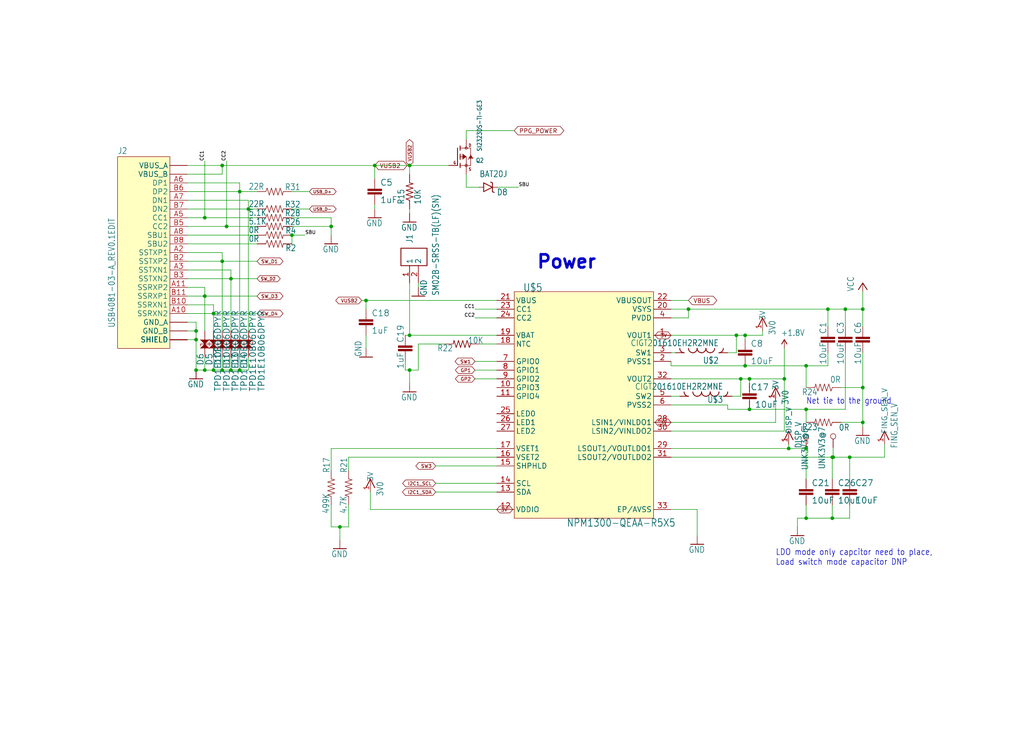
<source format=kicad_sch>
(kicad_sch (version 20250114) (generator "eeschema") (generator_version "9.0")
  (paper "User" 298.45 217.322)
  (lib_symbols
    (symbol "Connector:TestPoint" (pin_numbers (hide yes)) (pin_names (offset 0.762) (hide yes))
      (property "Reference" "TP" (at 0 6.858 0))
      (property "Value" "TestPoint" (at 0 5.08 0))
      (symbol "TestPoint_1_1"
        (pin passive line (at 0 0 90) (length 2.54) (name "1") (number "1"))
      )
    )
    (symbol "pc_healthypi_move_nRF5340_v10-eagle-import:+1.8V" (power)
      (symbol "+1.8V_1_0"
        (pin power_in line (at 0 0 90) (length 2.54) (name "+1.8V") (number "1"))
      )
    )
    (symbol "pc_healthypi_move_nRF5340_v10-eagle-import:2.2UF-0402_TIGHT-10V-10%-X5R"
      (property "Reference" "C" (at 1.524 2.921 0))
      (symbol "2.2UF-0402_TIGHT-10V-10%-X5R_1_0"
        (pin passive line (at 0 5.08 270) (length 2.54) (name "1") (number "1"))
        (pin passive line (at 0 -2.54 90) (length 2.54) (name "2") (number "2"))
      )
    )
    (symbol "pc_healthypi_move_nRF5340_v10-eagle-import:3V0" (power)
      (symbol "3V0_1_0"
        (pin power_in line (at 0 0 90) (length 2.54) (name "3V") (number "1"))
      )
    )
    (symbol "pc_healthypi_move_nRF5340_v10-eagle-import:DIODE-SCHOTTKY-BAT20J"
      (property "Reference" "D" (at 2.54 0.4826 0))
      (symbol "DIODE-SCHOTTKY-BAT20J_1_0"
        (pin passive line (at -2.54 0 0) (length 0) (name "A") (number "A"))
        (pin passive line (at 2.54 0 180) (length 0) (name "C") (number "C"))
      )
    )
    (symbol "pc_healthypi_move_nRF5340_v10-eagle-import:DISP_V" (power)
      (symbol "DISP_V_1_0"
        (pin power_in line (at 0 0 90) (length 2.54) (name "DISP_V") (number "1"))
      )
    )
    (symbol "pc_healthypi_move_nRF5340_v10-eagle-import:FING_SEN_V" (power)
      (symbol "FING_SEN_V_1_0"
        (pin power_in line (at 0 0 90) (length 2.54) (name "FING_SEN_V") (number "1"))
      )
    )
    (symbol "pc_healthypi_move_nRF5340_v10-eagle-import:MOSFET-P"
      (property "Reference" "Q" (at 2.794 0.381 0))
      (symbol "MOSFET-P_1_0"
        (text "G" (at -3.81 1.27 0) (effects (font (size 0.8128 0.6908)) (justify left bottom)))
        (text "S" (at 0.635 3.175 0) (effects (font (size 0.8128 0.6908)) (justify left bottom)))
        (text "D" (at 0.635 -3.81 0) (effects (font (size 0.8128 0.6908)) (justify left bottom)))
        (pin passive line (at -5.08 2.54 0) (length 2.54) (name "G") (number "1"))
        (pin passive line (at 0 5.08 270) (length 2.54) (name "S") (number "2"))
        (pin passive line (at 0 -5.08 90) (length 2.54) (name "D") (number "3"))
      )
    )
    (symbol "pc_healthypi_move_nRF5340_v10-eagle-import:NPM1300-QEAA-R5X5"
      (symbol "NPM1300-QEAA-R5X5_1_0"
        (pin bidirectional line (at -22.86 20.32 0) (length 5.08) (name "VBUS") (number "21"))
        (pin bidirectional line (at -22.86 17.78 0) (length 5.08) (name "CC1") (number "23"))
        (pin bidirectional line (at -22.86 15.24 0) (length 5.08) (name "CC2") (number "24"))
        (pin bidirectional line (at -22.86 10.16 0) (length 5.08) (name "VBAT") (number "19"))
        (pin bidirectional line (at -22.86 7.62 0) (length 5.08) (name "NTC") (number "18"))
        (pin bidirectional line (at -22.86 2.54 0) (length 5.08) (name "GPIO0") (number "7"))
        (pin bidirectional line (at -22.86 0 0) (length 5.08) (name "GPIO1") (number "8"))
        (pin bidirectional line (at -22.86 -2.54 0) (length 5.08) (name "GPIO2") (number "9"))
        (pin bidirectional line (at -22.86 -5.08 0) (length 5.08) (name "GPIO3") (number "10"))
        (pin bidirectional line (at -22.86 -7.62 0) (length 5.08) (name "GPIO4") (number "11"))
        (pin bidirectional line (at -22.86 -12.7 0) (length 5.08) (name "LED0") (number "25"))
        (pin bidirectional line (at -22.86 -15.24 0) (length 5.08) (name "LED1") (number "26"))
        (pin bidirectional line (at -22.86 -17.78 0) (length 5.08) (name "LED2") (number "27"))
        (pin bidirectional line (at -22.86 -22.86 0) (length 5.08) (name "VSET1") (number "17"))
        (pin bidirectional line (at -22.86 -25.4 0) (length 5.08) (name "VSET2") (number "16"))
        (pin bidirectional line (at -22.86 -27.94 0) (length 5.08) (name "SHPHLD") (number "15"))
        (pin bidirectional line (at -22.86 -33.02 0) (length 5.08) (name "SCL") (number "14"))
        (pin bidirectional line (at -22.86 -35.56 0) (length 5.08) (name "SDA") (number "13"))
        (pin bidirectional line (at -22.86 -40.64 0) (length 5.08) (name "VDDIO") (number "12"))
        (pin bidirectional line (at 27.94 20.32 180) (length 5.08) (name "VBUSOUT") (number "22"))
        (pin bidirectional line (at 27.94 17.78 180) (length 5.08) (name "VSYS") (number "20"))
        (pin bidirectional line (at 27.94 15.24 180) (length 5.08) (name "PVDD") (number "4"))
        (pin bidirectional line (at 27.94 10.16 180) (length 5.08) (name "VOUT1") (number "1"))
        (pin bidirectional line (at 27.94 5.08 180) (length 5.08) (name "SW1") (number "3"))
        (pin bidirectional line (at 27.94 2.54 180) (length 5.08) (name "PVSS1") (number "2"))
        (pin bidirectional line (at 27.94 -2.54 180) (length 5.08) (name "VOUT2") (number "32"))
        (pin bidirectional line (at 27.94 -7.62 180) (length 5.08) (name "SW2") (number "5"))
        (pin bidirectional line (at 27.94 -10.16 180) (length 5.08) (name "PVSS2") (number "6"))
        (pin bidirectional line (at 27.94 -15.24 180) (length 5.08) (name "LSIN1/VINLDO1") (number "28"))
        (pin bidirectional line (at 27.94 -17.78 180) (length 5.08) (name "LSIN2/VINLDO2") (number "30"))
        (pin bidirectional line (at 27.94 -22.86 180) (length 5.08) (name "LSOUT1/VOUTLDO1") (number "29"))
        (pin bidirectional line (at 27.94 -25.4 180) (length 5.08) (name "LSOUT2/VOUTLDO2") (number "31"))
        (pin bidirectional line (at 27.94 -40.64 180) (length 5.08) (name "EP/AVSS") (number "33"))
      )
    )
    (symbol "pc_healthypi_move_nRF5340_v10-eagle-import:PESD0402-0402"
      (symbol "PESD0402-0402_1_0"
        (pin bidirectional line (at -2.54 0 0) (length 2.54) (name "1") (number "1"))
        (pin bidirectional line (at 5.08 0 180) (length 2.54) (name "2") (number "2"))
      )
    )
    (symbol "pc_healthypi_move_nRF5340_v10-eagle-import:R-US_R0402"
      (property "Reference" "R" (at -3.81 1.4986 0))
      (symbol "R-US_R0402_1_0"
        (pin passive line (at -5.08 0 0) (length 2.54) (name "1") (number "1"))
        (pin passive line (at 5.08 0 180) (length 2.54) (name "2") (number "2"))
      )
    )
    (symbol "pc_healthypi_move_nRF5340_v10-eagle-import:RESISTOR0402-RES"
      (property "Reference" "R" (at -3.81 1.4986 0))
      (symbol "RESISTOR0402-RES_1_0"
        (pin passive line (at -5.08 0 0) (length 2.54) (name "1") (number "1"))
        (pin passive line (at 5.08 0 180) (length 2.54) (name "2") (number "2"))
      )
    )
    (symbol "pc_healthypi_move_nRF5340_v10-eagle-import:SM02B-SRSS-TB(LF)(SN)"
      (property "Reference" "J" (at 11.4936 5.1091 0))
      (symbol "SM02B-SRSS-TB(LF)(SN)_1_0"
        (pin bidirectional line (at 0 5.08 0) (length 5.08) (name "1") (number "1"))
        (pin bidirectional line (at 0 2.54 0) (length 5.08) (name "2") (number "2"))
      )
    )
    (symbol "pc_healthypi_move_nRF5340_v10-eagle-import:USB4081-03-A_REV0.1EDIT"
      (property "Reference" "EDIT" (at 0 28.702 0))
      (symbol "USB4081-03-A_REV0.1EDIT_1_0"
        (pin power_in line (at 15.24 25.4 180) (length 5.08) (name "VBUS_A") (number "A4"))
        (pin power_in line (at 15.24 25.4 180) (length 5.08) (name "VBUS_A") (number "A9"))
        (pin power_in line (at 15.24 22.86 180) (length 5.08) (name "VBUS_B") (number "B4"))
        (pin power_in line (at 15.24 22.86 180) (length 5.08) (name "VBUS_B") (number "B9"))
        (pin bidirectional line (at 15.24 20.32 180) (length 5.08) (name "DP1") (number "A6"))
        (pin bidirectional line (at 15.24 17.78 180) (length 5.08) (name "DP2") (number "B6"))
        (pin bidirectional line (at 15.24 15.24 180) (length 5.08) (name "DN1") (number "A7"))
        (pin bidirectional line (at 15.24 12.7 180) (length 5.08) (name "DN2") (number "B7"))
        (pin bidirectional line (at 15.24 10.16 180) (length 5.08) (name "CC1") (number "A5"))
        (pin bidirectional line (at 15.24 7.62 180) (length 5.08) (name "CC2") (number "B5"))
        (pin bidirectional line (at 15.24 5.08 180) (length 5.08) (name "SBU1") (number "A8"))
        (pin bidirectional line (at 15.24 2.54 180) (length 5.08) (name "SBU2") (number "B8"))
        (pin bidirectional line (at 15.24 0 180) (length 5.08) (name "SSTXP1") (number "A2"))
        (pin bidirectional line (at 15.24 -2.54 180) (length 5.08) (name "SSTXP2") (number "B2"))
        (pin bidirectional line (at 15.24 -5.08 180) (length 5.08) (name "SSTXN1") (number "A3"))
        (pin bidirectional line (at 15.24 -7.62 180) (length 5.08) (name "SSTXN2") (number "B3"))
        (pin bidirectional line (at 15.24 -10.16 180) (length 5.08) (name "SSRXP2") (number "A11"))
        (pin bidirectional line (at 15.24 -12.7 180) (length 5.08) (name "SSRXP1") (number "B11"))
        (pin bidirectional line (at 15.24 -15.24 180) (length 5.08) (name "SSRXN1") (number "B10"))
        (pin bidirectional line (at 15.24 -17.78 180) (length 5.08) (name "SSRXN2") (number "A10"))
        (pin power_in line (at 15.24 -20.32 180) (length 5.08) (name "GND_A") (number "A1"))
        (pin power_in line (at 15.24 -20.32 180) (length 5.08) (name "GND_A") (number "A12"))
        (pin power_in line (at 15.24 -22.86 180) (length 5.08) (name "GND_B") (number "B1"))
        (pin power_in line (at 15.24 -22.86 180) (length 5.08) (name "GND_B") (number "B12"))
        (pin passive line (at 15.24 -25.4 180) (length 5.08) (name "SHIELD") (number "P1"))
        (pin passive line (at 15.24 -25.4 180) (length 5.08) (name "SHIELD") (number "P2"))
        (pin passive line (at 15.24 -25.4 180) (length 5.08) (name "SHIELD") (number "P3"))
        (pin passive line (at 15.24 -25.4 180) (length 5.08) (name "SHIELD") (number "P4"))
        (pin passive line (at 15.24 -25.4 180) (length 5.08) (name "SHIELD") (number "P5"))
        (pin passive line (at 15.24 -25.4 180) (length 5.08) (name "SHIELD") (number "P6"))
        (pin passive line (at 15.24 -25.4 180) (length 5.08) (name "SHIELD") (number "P7"))
        (pin passive line (at 15.24 -25.4 180) (length 5.08) (name "SHIELD") (number "P8"))
        (pin passive line (at 15.24 -25.4 180) (length 5.08) (name "SHIELD") (number "S5"))
        (pin passive line (at 15.24 -25.4 180) (length 5.08) (name "SHIELD") (number "S6"))
      )
    )
    (symbol "pc_healthypi_move_nRF5340_v10-eagle-import:VCC" (power)
      (symbol "VCC_1_0"
        (pin power_in line (at 0 -2.54 90) (length 2.54) (name "VCC") (number "1"))
      )
    )
    (symbol "pc_healthypi_move_nRF5340_v10-eagle-import:VLS201610E"
      (symbol "VLS201610E_1_0"
        (pin passive line (at 0 7.62 270) (length 2.54) (name "1") (number "1"))
        (pin passive line (at 0 -7.62 90) (length 2.54) (name "2") (number "2"))
      )
    )
    (symbol "pc_healthypi_move_nRF5340_v10-eagle-import:supply1_371_GND" (power)
      (symbol "supply1_371_GND_1_0"
        (pin power_in line (at 0 2.54 270) (length 2.54) (name "GND") (number "1"))
      )
    )
  )
  (text "Power" (at 156.21 78.74 0) (effects (font (size 3.81 3.81) (thickness 0.762) (bold yes)) (justify left bottom)))
  (text "Net tie to the ground" (at 234.95 118.11 0) (effects (font (size 1.778 1.5113)) (justify left bottom)))
  (text "LDO mode only capcitor need to place,\nLoad switch mode capacitor DNP" (at 226.06 165.1 0) (effects (font (size 1.778 1.5113)) (justify left bottom)))
  (junction (at 67.31 107.95))
  (junction (at 66.04 66.04))
  (junction (at 251.46 90.17))
  (junction (at 69.85 107.95))
  (junction (at 247.65 133.35))
  (junction (at 106.68 87.63))
  (junction (at 241.3 90.17))
  (junction (at 119.38 107.95))
  (junction (at 234.95 106.68))
  (junction (at 57.15 107.95))
  (junction (at 62.23 107.95))
  (junction (at 119.38 97.79))
  (junction (at 234.95 119.38))
  (junction (at 242.57 151.13))
  (junction (at 217.17 97.79))
  (junction (at 234.95 151.13))
  (junction (at 119.38 48.26))
  (junction (at 64.77 107.95))
  (junction (at 109.22 48.26))
  (junction (at 96.52 66.04))
  (junction (at 200.66 90.17))
  (junction (at 228.6 110.49))
  (junction (at 218.44 119.38))
  (junction (at 229.87 130.81))
  (junction (at 67.31 81.28))
  (junction (at 251.46 113.03))
  (junction (at 242.824 133.35))
  (junction (at 251.46 123.19))
  (junction (at 72.39 60.96))
  (junction (at 57.15 96.52))
  (junction (at 99.06 153.67))
  (junction (at 217.17 106.68))
  (junction (at 234.95 130.81))
  (junction (at 64.77 48.26))
  (junction (at 242.57 133.35))
  (junction (at 85.09 68.58))
  (junction (at 59.69 63.5))
  (junction (at 218.44 110.49))
  (junction (at 215.9 110.49))
  (junction (at 57.15 99.06))
  (junction (at 59.69 107.95))
  (junction (at 246.38 90.17))
  (junction (at 59.69 86.36))
  (junction (at 62.23 91.44))
  (junction (at 69.85 55.88))
  (junction (at 214.63 97.79))
  (junction (at 64.77 76.2))
  (wire (pts (xy 212.09 118.11) (xy 212.09 119.38)) (stroke (width 0.1524)))
  (wire (pts (xy 96.52 153.67) (xy 96.52 147.32)) (stroke (width 0.1524)))
  (wire (pts (xy 85.09 55.88) (xy 90.17 55.88)) (stroke (width 0.1524)))
  (wire (pts (xy 54.61 71.12) (xy 74.93 71.12)) (stroke (width 0.1524)))
  (wire (pts (xy 54.61 53.34) (xy 69.85 53.34)) (stroke (width 0.1524)))
  (wire (pts (xy 144.78 97.79) (xy 119.38 97.79)) (stroke (width 0.1524)))
  (wire (pts (xy 99.06 153.67) (xy 96.52 153.67)) (stroke (width 0.1524)))
  (wire (pts (xy 135.89 38.1) (xy 149.86 38.1)) (stroke (width 0.1524)))
  (wire (pts (xy 195.58 110.49) (xy 215.9 110.49)) (stroke (width 0.1524)))
  (wire (pts (xy 54.61 91.44) (xy 62.23 91.44)) (stroke (width 0.1524)))
  (wire (pts (xy 69.85 55.88) (xy 74.93 55.88)) (stroke (width 0.1524)))
  (wire (pts (xy 144.78 143.51) (xy 127 143.51)) (stroke (width 0.1524)))
  (wire (pts (xy 69.85 107.95) (xy 72.39 107.95)) (stroke (width 0.1524)))
  (wire (pts (xy 232.41 151.13) (xy 234.95 151.13)) (stroke (width 0.1524)))
  (wire (pts (xy 106.68 87.63) (xy 105.41 87.63)) (stroke (width 0.1524)))
  (wire (pts (xy 67.31 78.74) (xy 67.31 81.28)) (stroke (width 0.1524)))
  (wire (pts (xy 121.92 107.95) (xy 119.38 107.95)) (stroke (width 0.1524)))
  (wire (pts (xy 257.81 129.54) (xy 257.81 133.35)) (stroke (width 0.1524)))
  (wire (pts (xy 64.77 104.14) (xy 64.77 107.95)) (stroke (width 0.1524)))
  (wire (pts (xy 144.78 148.59) (xy 107.95 148.59)) (stroke (width 0.1524)))
  (wire (pts (xy 195.58 92.71) (xy 200.66 92.71)) (stroke (width 0.1524)))
  (wire (pts (xy 72.39 96.52) (xy 72.39 60.96)) (stroke (width 0.1524)))
  (wire (pts (xy 144.78 92.71) (xy 138.43 92.71)) (stroke (width 0.1524)))
  (wire (pts (xy 119.38 50.8) (xy 119.38 48.26)) (stroke (width 0.1524)))
  (wire (pts (xy 234.95 113.03) (xy 234.95 106.68)) (stroke (width 0.1524)))
  (wire (pts (xy 74.93 60.96) (xy 72.39 60.96)) (stroke (width 0.1524)))
  (wire (pts (xy 144.78 133.35) (xy 101.6 133.35)) (stroke (width 0.1524)))
  (wire (pts (xy 214.63 97.79) (xy 217.17 97.79)) (stroke (width 0.1524)))
  (wire (pts (xy 54.61 60.96) (xy 72.39 60.96)) (stroke (width 0.1524)))
  (wire (pts (xy 144.78 105.41) (xy 138.43 105.41)) (stroke (width 0.1524)))
  (wire (pts (xy 96.52 130.81) (xy 96.52 137.16)) (stroke (width 0.1524)))
  (wire (pts (xy 234.95 119.38) (xy 246.38 119.38)) (stroke (width 0.1524)))
  (wire (pts (xy 251.46 85.09) (xy 251.46 90.17)) (stroke (width 0.1524)))
  (wire (pts (xy 54.61 48.26) (xy 64.77 48.26)) (stroke (width 0.1524)))
  (wire (pts (xy 72.39 58.42) (xy 54.61 58.42)) (stroke (width 0.1524)))
  (wire (pts (xy 212.09 102.87) (xy 214.63 102.87)) (stroke (width 0.1524)))
  (wire (pts (xy 62.23 91.44) (xy 62.23 88.9)) (stroke (width 0.1524)))
  (wire (pts (xy 67.31 81.28) (xy 74.93 81.28)) (stroke (width 0.1524)))
  (wire (pts (xy 203.2 148.59) (xy 203.2 156.21)) (stroke (width 0.1524)))
  (wire (pts (xy 228.6 125.73) (xy 195.58 125.73)) (stroke (width 0.1524)))
  (wire (pts (xy 54.61 99.06) (xy 57.15 99.06)) (stroke (width 0.1524)))
  (wire (pts (xy 234.95 106.68) (xy 241.3 106.68)) (stroke (width 0.1524)))
  (wire (pts (xy 85.09 66.04) (xy 96.52 66.04)) (stroke (width 0.1524)))
  (wire (pts (xy 212.09 119.38) (xy 218.44 119.38)) (stroke (width 0.1524)))
  (wire (pts (xy 54.61 96.52) (xy 57.15 96.52)) (stroke (width 0.1524)))
  (wire (pts (xy 144.78 100.33) (xy 139.7 100.33)) (stroke (width 0.1524)))
  (wire (pts (xy 54.61 83.82) (xy 59.69 83.82)) (stroke (width 0.1524)))
  (wire (pts (xy 72.39 107.95) (xy 72.39 104.14)) (stroke (width 0.1524)))
  (wire (pts (xy 118.11 107.95) (xy 118.11 105.41)) (stroke (width 0.1524)))
  (wire (pts (xy 57.15 99.06) (xy 57.15 96.52)) (stroke (width 0.1524)))
  (wire (pts (xy 245.11 113.03) (xy 251.46 113.03)) (stroke (width 0.1524)))
  (wire (pts (xy 109.22 48.26) (xy 64.77 48.26)) (stroke (width 0.1524)))
  (wire (pts (xy 228.6 125.73) (xy 228.6 110.49)) (stroke (width 0.1524)))
  (wire (pts (xy 247.65 139.7) (xy 247.65 133.35)) (stroke (width 0.1524)))
  (wire (pts (xy 107.95 148.59) (xy 107.95 143.51)) (stroke (width 0.1524)))
  (wire (pts (xy 200.66 92.71) (xy 200.66 90.17)) (stroke (width 0.1524)))
  (wire (pts (xy 64.77 76.2) (xy 74.93 76.2)) (stroke (width 0.1524)))
  (wire (pts (xy 106.68 97.79) (xy 106.68 101.6)) (stroke (width 0.1524)))
  (wire (pts (xy 251.46 123.19) (xy 251.46 113.03)) (stroke (width 0.1524)))
  (wire (pts (xy 130.81 48.26) (xy 119.38 48.26)) (stroke (width 0.1524)))
  (wire (pts (xy 85.09 68.58) (xy 88.9 68.58)) (stroke (width 0.1524)))
  (wire (pts (xy 245.11 123.19) (xy 251.46 123.19)) (stroke (width 0.1524)))
  (wire (pts (xy 59.69 104.14) (xy 59.69 107.95)) (stroke (width 0.1524)))
  (wire (pts (xy 54.61 73.66) (xy 64.77 73.66)) (stroke (width 0.1524)))
  (wire (pts (xy 195.58 148.59) (xy 203.2 148.59)) (stroke (width 0.1524)))
  (wire (pts (xy 144.78 107.95) (xy 138.43 107.95)) (stroke (width 0.1524)))
  (wire (pts (xy 241.3 90.17) (xy 246.38 90.17)) (stroke (width 0.1524)))
  (wire (pts (xy 62.23 104.14) (xy 62.23 107.95)) (stroke (width 0.1524)))
  (wire (pts (xy 246.38 119.38) (xy 246.38 102.87)) (stroke (width 0.1524)))
  (wire (pts (xy 85.09 63.5) (xy 96.52 63.5)) (stroke (width 0.1524)))
  (wire (pts (xy 195.58 118.11) (xy 212.09 118.11)) (stroke (width 0.1524)))
  (wire (pts (xy 242.57 151.13) (xy 234.95 151.13)) (stroke (width 0.1524)))
  (wire (pts (xy 144.78 87.63) (xy 106.68 87.63)) (stroke (width 0.1524)))
  (wire (pts (xy 96.52 68.58) (xy 96.52 66.04)) (stroke (width 0.1524)))
  (wire (pts (xy 195.58 106.68) (xy 217.17 106.68)) (stroke (width 0.1524)))
  (wire (pts (xy 119.38 111.76) (xy 119.38 107.95)) (stroke (width 0.1524)))
  (wire (pts (xy 251.46 124.46) (xy 251.46 123.19)) (stroke (width 0.1524)))
  (wire (pts (xy 67.31 96.52) (xy 67.31 81.28)) (stroke (width 0.1524)))
  (wire (pts (xy 213.36 115.57) (xy 215.9 115.57)) (stroke (width 0.1524)))
  (wire (pts (xy 59.69 83.82) (xy 59.69 86.36)) (stroke (width 0.1524)))
  (wire (pts (xy 196.85 102.87) (xy 195.58 102.87)) (stroke (width 0.1524)))
  (wire (pts (xy 54.61 81.28) (xy 67.31 81.28)) (stroke (width 0.1524)))
  (wire (pts (xy 101.6 153.67) (xy 99.06 153.67)) (stroke (width 0.1524)))
  (wire (pts (xy 251.46 90.17) (xy 251.46 95.25)) (stroke (width 0.1524)))
  (wire (pts (xy 246.38 95.25) (xy 246.38 90.17)) (stroke (width 0.1524)))
  (wire (pts (xy 119.38 62.23) (xy 119.38 60.96)) (stroke (width 0.1524)))
  (wire (pts (xy 242.824 133.35) (xy 247.65 133.35)) (stroke (width 0.1524)))
  (wire (pts (xy 144.78 110.49) (xy 138.43 110.49)) (stroke (width 0.1524)))
  (wire (pts (xy 59.69 96.52) (xy 59.69 86.36)) (stroke (width 0.1524)))
  (wire (pts (xy 119.38 48.26) (xy 109.22 48.26)) (stroke (width 0.1524)))
  (wire (pts (xy 54.61 76.2) (xy 64.77 76.2)) (stroke (width 0.1524)))
  (wire (pts (xy 106.68 90.17) (xy 106.68 87.63)) (stroke (width 0.1524)))
  (wire (pts (xy 215.9 110.49) (xy 218.44 110.49)) (stroke (width 0.1524)))
  (wire (pts (xy 62.23 91.44) (xy 74.93 91.44)) (stroke (width 0.1524)))
  (wire (pts (xy 69.85 53.34) (xy 69.85 55.88)) (stroke (width 0.1524)))
  (wire (pts (xy 234.95 139.7) (xy 234.95 130.81)) (stroke (width 0.1524)))
  (wire (pts (xy 215.9 115.57) (xy 215.9 110.49)) (stroke (width 0.1524)))
  (wire (pts (xy 229.87 129.54) (xy 229.87 130.81)) (stroke (width 0.1524)))
  (wire (pts (xy 195.58 130.81) (xy 229.87 130.81)) (stroke (width 0.1524)))
  (wire (pts (xy 85.09 60.96) (xy 90.17 60.96)) (stroke (width 0.1524)))
  (wire (pts (xy 242.824 133.35) (xy 242.57 133.35)))
  (wire (pts (xy 241.3 95.25) (xy 241.3 90.17)) (stroke (width 0.1524)))
  (wire (pts (xy 217.17 99.06) (xy 217.17 97.79)) (stroke (width 0.1524)))
  (wire (pts (xy 54.61 68.58) (xy 74.93 68.58)) (stroke (width 0.1524)))
  (wire (pts (xy 66.04 66.04) (xy 74.93 66.04)) (stroke (width 0.1524)))
  (wire (pts (xy 101.6 133.35) (xy 101.6 137.16)) (stroke (width 0.1524)))
  (wire (pts (xy 64.77 107.95) (xy 67.31 107.95)) (stroke (width 0.1524)))
  (wire (pts (xy 57.15 93.98) (xy 54.61 93.98)) (stroke (width 0.1524)))
  (wire (pts (xy 135.89 40.64) (xy 135.89 38.1)) (stroke (width 0.1524)))
  (wire (pts (xy 198.12 115.57) (xy 195.58 115.57)) (stroke (width 0.1524)))
  (wire (pts (xy 101.6 147.32) (xy 101.6 153.67)) (stroke (width 0.1524)))
  (wire (pts (xy 54.61 66.04) (xy 66.04 66.04)) (stroke (width 0.1524)))
  (wire (pts (xy 129.54 100.33) (xy 121.92 100.33)) (stroke (width 0.1524)))
  (wire (pts (xy 109.22 60.96) (xy 109.22 59.69)) (stroke (width 0.1524)))
  (wire (pts (xy 54.61 86.36) (xy 59.69 86.36)) (stroke (width 0.1524)))
  (wire (pts (xy 119.38 82.55) (xy 119.38 97.79)) (stroke (width 0.1524)))
  (wire (pts (xy 67.31 107.95) (xy 69.85 107.95)) (stroke (width 0.1524)))
  (wire (pts (xy 54.61 88.9) (xy 62.23 88.9)) (stroke (width 0.1524)))
  (wire (pts (xy 246.38 90.17) (xy 251.46 90.17)) (stroke (width 0.1524)))
  (wire (pts (xy 195.58 123.19) (xy 226.06 123.19)) (stroke (width 0.1524)))
  (wire (pts (xy 222.25 97.79) (xy 222.25 96.52)) (stroke (width 0.1524)))
  (wire (pts (xy 54.61 50.8) (xy 64.77 50.8)) (stroke (width 0.1524)))
  (wire (pts (xy 251.46 113.03) (xy 251.46 102.87)) (stroke (width 0.1524)))
  (wire (pts (xy 234.95 151.13) (xy 234.95 147.32)) (stroke (width 0.1524)))
  (wire (pts (xy 59.69 107.95) (xy 62.23 107.95)) (stroke (width 0.1524)))
  (wire (pts (xy 144.78 130.81) (xy 96.52 130.81)) (stroke (width 0.1524)))
  (wire (pts (xy 247.65 147.32) (xy 247.65 151.13)) (stroke (width 0.1524)))
  (wire (pts (xy 144.78 135.89) (xy 127 135.89)) (stroke (width 0.1524)))
  (wire (pts (xy 247.65 133.35) (xy 257.81 133.35)) (stroke (width 0.1524)))
  (wire (pts (xy 226.06 123.19) (xy 226.06 116.84)) (stroke (width 0.1524)))
  (wire (pts (xy 96.52 63.5) (xy 96.52 66.04)) (stroke (width 0.1524)))
  (wire (pts (xy 195.58 90.17) (xy 200.66 90.17)) (stroke (width 0.1524)))
  (wire (pts (xy 85.09 68.58) (xy 85.09 71.12)) (stroke (width 0.1524)))
  (wire (pts (xy 217.17 106.68) (xy 234.95 106.68)) (stroke (width 0.1524)))
  (wire (pts (xy 57.15 107.95) (xy 57.15 99.06)) (stroke (width 0.1524)))
  (wire (pts (xy 59.69 86.36) (xy 74.93 86.36)) (stroke (width 0.1524)))
  (wire (pts (xy 59.69 107.95) (xy 57.15 107.95)) (stroke (width 0.1524)))
  (wire (pts (xy 64.77 73.66) (xy 64.77 76.2)) (stroke (width 0.1524)))
  (wire (pts (xy 69.85 104.14) (xy 69.85 107.95)) (stroke (width 0.1524)))
  (wire (pts (xy 135.89 54.61) (xy 139.7 54.61)) (stroke (width 0.1524)))
  (wire (pts (xy 144.78 90.17) (xy 138.43 90.17)) (stroke (width 0.1524)))
  (wire (pts (xy 200.66 90.17) (xy 241.3 90.17)) (stroke (width 0.1524)))
  (wire (pts (xy 217.17 97.79) (xy 222.25 97.79)) (stroke (width 0.1524)))
  (wire (pts (xy 247.65 151.13) (xy 242.57 151.13)) (stroke (width 0.1524)))
  (wire (pts (xy 242.57 147.32) (xy 242.57 151.13)) (stroke (width 0.1524)))
  (wire (pts (xy 218.44 110.49) (xy 228.6 110.49)) (stroke (width 0.1524)))
  (wire (pts (xy 242.824 130.556) (xy 242.824 133.35)))
  (wire (pts (xy 228.6 110.49) (xy 228.6 101.6)) (stroke (width 0.1524)))
  (wire (pts (xy 59.69 46.99) (xy 59.69 63.5)) (stroke (width 0.1524)))
  (wire (pts (xy 121.92 82.55) (xy 121.92 83.82)) (stroke (width 0.1524)))
  (wire (pts (xy 119.38 107.95) (xy 118.11 107.95)) (stroke (width 0.1524)))
  (wire (pts (xy 232.41 151.13) (xy 232.41 153.67)) (stroke (width 0.1524)))
  (wire (pts (xy 54.61 78.74) (xy 67.31 78.74)) (stroke (width 0.1524)))
  (wire (pts (xy 195.58 105.41) (xy 195.58 106.68)) (stroke (width 0.1524)))
  (wire (pts (xy 62.23 96.52) (xy 62.23 91.44)) (stroke (width 0.1524)))
  (wire (pts (xy 57.15 96.52) (xy 57.15 93.98)) (stroke (width 0.1524)))
  (wire (pts (xy 135.89 50.8) (xy 135.89 54.61)) (stroke (width 0.1524)))
  (wire (pts (xy 144.78 54.61) (xy 151.13 54.61)) (stroke (width 0.1524)))
  (wire (pts (xy 109.22 52.07) (xy 109.22 48.26)) (stroke (width 0.1524)))
  (wire (pts (xy 144.78 140.97) (xy 127 140.97)) (stroke (width 0.1524)))
  (wire (pts (xy 59.69 63.5) (xy 74.93 63.5)) (stroke (width 0.1524)))
  (wire (pts (xy 234.95 123.19) (xy 234.95 119.38)) (stroke (width 0.1524)))
  (wire (pts (xy 62.23 107.95) (xy 64.77 107.95)) (stroke (width 0.1524)))
  (wire (pts (xy 195.58 97.79) (xy 214.63 97.79)) (stroke (width 0.1524)))
  (wire (pts (xy 214.63 102.87) (xy 214.63 97.79)) (stroke (width 0.1524)))
  (wire (pts (xy 195.58 87.63) (xy 200.66 87.63)) (stroke (width 0.1524)))
  (wire (pts (xy 242.57 139.7) (xy 242.57 133.35)) (stroke (width 0.1524)))
  (wire (pts (xy 66.04 46.99) (xy 66.04 66.04)) (stroke (width 0.1524)))
  (wire (pts (xy 54.61 55.88) (xy 69.85 55.88)) (stroke (width 0.1524)))
  (wire (pts (xy 64.77 48.26) (xy 64.77 50.8)) (stroke (width 0.1524)))
  (wire (pts (xy 229.87 130.81) (xy 234.95 130.81)) (stroke (width 0.1524)))
  (wire (pts (xy 218.44 111.76) (xy 218.44 110.49)) (stroke (width 0.1524)))
  (wire (pts (xy 241.3 102.87) (xy 241.3 106.68)) (stroke (width 0.1524)))
  (wire (pts (xy 218.44 119.38) (xy 234.95 119.38)) (stroke (width 0.1524)))
  (wire (pts (xy 72.39 60.96) (xy 72.39 58.42)) (stroke (width 0.1524)))
  (wire (pts (xy 121.92 100.33) (xy 121.92 107.95)) (stroke (width 0.1524)))
  (wire (pts (xy 119.38 97.79) (xy 118.11 97.79)) (stroke (width 0.1524)))
  (wire (pts (xy 195.58 133.35) (xy 242.57 133.35)) (stroke (width 0.1524)))
  (wire (pts (xy 67.31 104.14) (xy 67.31 107.95)) (stroke (width 0.1524)))
  (wire (pts (xy 99.06 153.67) (xy 99.06 157.48)) (stroke (width 0.1524)))
  (wire (pts (xy 64.77 96.52) (xy 64.77 76.2)) (stroke (width 0.1524)))
  (wire (pts (xy 242.57 133.35) (xy 242.824 133.35)) (stroke (width 0.1524)))
  (wire (pts (xy 69.85 96.52) (xy 69.85 55.88)) (stroke (width 0.1524)))
  (wire (pts (xy 54.61 63.5) (xy 59.69 63.5)) (stroke (width 0.1524)))
  (label "SBU" (at 151.13 54.61 0) (effects (font (size 0.9957 0.9957))))
  (label "CC1" (at 59.69 46.99 90) (effects (font (size 0.9957 0.9957))))
  (label "SBU" (at 88.9 68.58 0) (effects (font (size 0.9957 0.9957))))
  (label "CC2" (at 138.43 92.71 180) (effects (font (size 0.9957 0.9957))))
  (label "CC2" (at 66.04 46.99 90) (effects (font (size 0.9957 0.9957))))
  (label "CC1" (at 138.43 90.17 180) (effects (font (size 0.9957 0.9957))))
  (global_label "SW_D3" (shape bidirectional) (at 74.93 86.36 0) (effects (font (size 0.9957 0.9957))) (property "Intersheetrefs" "${INTERSHEET_REFS}" (effects (hide yes))))
  (global_label "I2C1_SDA" (shape bidirectional) (at 127 143.51 180) (effects (font (size 0.9957 0.9957))) (property "Intersheetrefs" "${INTERSHEET_REFS}" (effects (hide yes))))
  (global_label "VUSB2" (shape bidirectional) (at 119.38 48.26 90) (effects (font (size 0.9957 0.9957))) (property "Intersheetrefs" "${INTERSHEET_REFS}" (effects (hide yes))))
  (global_label "3V" (shape bidirectional) (at 144.78 148.59 0) (effects (font (size 1.016 1.016))) (property "Intersheetrefs" "${INTERSHEET_REFS}" (effects (hide yes))))
  (global_label "GP1" (shape bidirectional) (at 138.43 107.95 180) (effects (font (size 0.9957 0.9957))) (property "Intersheetrefs" "${INTERSHEET_REFS}" (effects (hide yes))))
  (global_label "3V" (shape bidirectional) (at 195.58 123.19 180) (effects (font (size 1.016 1.016))) (property "Intersheetrefs" "${INTERSHEET_REFS}" (effects (hide yes))))
  (global_label "VUSB2" (shape bidirectional) (at 105.41 87.63 180) (effects (font (size 0.9957 0.9957))) (property "Intersheetrefs" "${INTERSHEET_REFS}" (effects (hide yes))))
  (global_label "USB_D+" (shape bidirectional) (at 90.17 55.88 0) (effects (font (size 0.889 0.889))) (property "Intersheetrefs" "${INTERSHEET_REFS}" (effects (hide yes))))
  (global_label "SW_D2" (shape bidirectional) (at 74.93 81.28 0) (effects (font (size 0.889 0.889))) (property "Intersheetrefs" "${INTERSHEET_REFS}" (effects (hide yes))))
  (global_label "VUSB2" (shape bidirectional) (at 109.22 48.26 0) (effects (font (size 1.2446 1.2446))) (property "Intersheetrefs" "${INTERSHEET_REFS}" (effects (hide yes))))
  (global_label "3V" (shape bidirectional) (at 195.58 97.79 180) (effects (font (size 1.016 1.016))) (property "Intersheetrefs" "${INTERSHEET_REFS}" (effects (hide yes))))
  (global_label "SW3" (shape bidirectional) (at 127 135.89 180) (effects (font (size 0.9957 0.9957))) (property "Intersheetrefs" "${INTERSHEET_REFS}" (effects (hide yes))))
  (global_label "VBUS" (shape bidirectional) (at 200.66 87.63 0) (effects (font (size 1.2446 1.2446))) (property "Intersheetrefs" "${INTERSHEET_REFS}" (effects (hide yes))))
  (global_label "USB_D-" (shape bidirectional) (at 90.17 60.96 0) (effects (font (size 0.889 0.889))) (property "Intersheetrefs" "${INTERSHEET_REFS}" (effects (hide yes))))
  (global_label "SW_D4" (shape bidirectional) (at 74.93 91.44 0) (effects (font (size 0.9957 0.9957))) (property "Intersheetrefs" "${INTERSHEET_REFS}" (effects (hide yes))))
  (global_label "GP2" (shape bidirectional) (at 138.43 110.49 180) (effects (font (size 0.9957 0.9957))) (property "Intersheetrefs" "${INTERSHEET_REFS}" (effects (hide yes))))
  (global_label "I2C1_SCL" (shape bidirectional) (at 127 140.97 180) (effects (font (size 0.9957 0.9957))) (property "Intersheetrefs" "${INTERSHEET_REFS}" (effects (hide yes))))
  (global_label "SW_D1" (shape bidirectional) (at 74.93 76.2 0) (effects (font (size 0.9957 0.9957))) (property "Intersheetrefs" "${INTERSHEET_REFS}" (effects (hide yes))))
  (global_label "SW1" (shape bidirectional) (at 138.43 105.41 180) (effects (font (size 0.9957 0.9957))) (property "Intersheetrefs" "${INTERSHEET_REFS}" (effects (hide yes))))
  (global_label "PPG_POWER" (shape bidirectional) (at 149.86 38.1 0) (effects (font (size 1.2446 1.2446))) (property "Intersheetrefs" "${INTERSHEET_REFS}" (effects (hide yes))))
  (symbol (lib_id "pc_healthypi_move_nRF5340_v10-eagle-import:PESD0402-0402") (at 72.39 101.6 90) (unit 1)
    (property "Reference" "D4" (at 72.136 106.68 0) (effects (font (size 1.778 1.778)) (justify left bottom)))
    (property "Value" "TPD1E10B06DPYR" (at 75.184 114.3 0) (effects (font (size 1.778 1.778)) (justify left top)))
    (property "Footprint" "Diode_SMD:D_0402_1005Metric" (effects (hide yes)))
  )
  (symbol (lib_id "pc_healthypi_move_nRF5340_v10-eagle-import:PESD0402-0402") (at 64.77 101.6 90) (unit 1)
    (property "Reference" "D11" (at 64.516 106.68 0) (effects (font (size 1.778 1.778)) (justify left bottom)))
    (property "Value" "TPD1E10B06DPYR" (at 67.564 114.3 0) (effects (font (size 1.778 1.778)) (justify left top)))
    (property "Footprint" "Diode_SMD:D_0402_1005Metric" (effects (hide yes)))
  )
  (symbol (lib_id "pc_healthypi_move_nRF5340_v10-eagle-import:PESD0402-0402") (at 62.23 101.6 90) (unit 1)
    (property "Reference" "D5" (at 61.976 106.68 0) (effects (font (size 1.778 1.778)) (justify left bottom)))
    (property "Value" "TPD1E10B06DPYR" (at 65.024 114.3 0) (effects (font (size 1.778 1.778)) (justify left top)))
    (property "Footprint" "Diode_SMD:D_0402_1005Metric" (effects (hide yes)))
  )
  (symbol (lib_id "pc_healthypi_move_nRF5340_v10-eagle-import:2.2UF-0402_TIGHT-10V-10%-X5R") (at 218.44 116.84 0) (unit 1)
    (property "Reference" "C17" (at 218.694 113.919 0) (effects (font (size 1.778 1.778)) (justify left bottom)))
    (property "Value" "10uF" (at 219.964 118.999 0) (effects (font (size 1.778 1.778)) (justify left bottom)))
    (property "Footprint" "Capacitor_SMD:C_0402_1005Metric" (effects (hide yes)))
  )
  (symbol (lib_id "pc_healthypi_move_nRF5340_v10-eagle-import:2.2UF-0402_TIGHT-10V-10%-X5R") (at 234.95 144.78 0) (unit 1)
    (property "Reference" "C21" (at 236.474 141.859 0) (effects (font (size 1.778 1.778)) (justify left bottom)))
    (property "Value" "10uF" (at 236.474 146.939 0) (effects (font (size 1.778 1.778)) (justify left bottom)))
    (property "Footprint" "Capacitor_SMD:C_0402_1005Metric" (effects (hide yes)))
  )
  (symbol (lib_id "Connector:TestPoint") (at 234.95 130.81 0) (unit 1)
    (property "Reference" "UNK3V3@6" (at 235.585 137.16 90) (effects (font (size 1.778 1.5113)) (justify left bottom)))
    (property "Value" "TPSQTP13SQ" (effects (hide yes)))
    (property "Footprint" "TestPoint:TestPoint_Pad_1.0x1.0mm" (effects (hide yes)))
    (property "Description" "test point" (effects (hide yes)))
  )
  (symbol (lib_id "pc_healthypi_move_nRF5340_v10-eagle-import:FING_SEN_V") (at 257.81 129.54 0) (unit 1)
    (property "Reference" "#U$4" (effects (hide yes)))
    (property "Value" "FING_SEN_V" (at 261.62 130.81 90) (effects (font (size 1.778 1.5113)) (justify left bottom)))
  )
  (symbol (lib_id "Connector:TestPoint") (at 242.824 130.556 0) (unit 1)
    (property "Reference" "UNK3V3@7" (at 240.538 136.906 90) (effects (font (size 1.778 1.5113)) (justify left bottom)))
    (property "Value" "TPSQTP13SQ" (effects (hide yes)))
    (property "Footprint" "TestPoint:TestPoint_Pad_1.0x1.0mm" (effects (hide yes)))
    (property "Description" "test point" (effects (hide yes)))
  )
  (symbol (lib_id "pc_healthypi_move_nRF5340_v10-eagle-import:supply1_371_GND") (at 232.41 156.21 0) (unit 1)
    (property "Reference" "#GND25" (effects (hide yes)))
    (property "Value" "GND" (at 229.87 158.75 0) (effects (font (size 1.778 1.5113)) (justify left bottom)))
  )
  (symbol (lib_id "pc_healthypi_move_nRF5340_v10-eagle-import:USB4081-03-A_REV0.1EDIT") (at 39.37 73.66 0) (unit 1)
    (property "Reference" "J2" (at 34.29 44.958 0) (effects (font (size 1.778 1.5113)) (justify left bottom)))
    (property "Value" "USB4081-03-A_REV0.1EDIT" (at 33.528 63.5 90) (effects (font (size 1.778 1.5113)) (justify right bottom)))
    (property "Footprint" "pc_healthypi_move_nRF5340_v10:GCT_USB4081-03-A_REV0.1" (effects (hide yes)))
    (property "Description" "https://pricing.snapeda.com/parts/USB4081-03-A/Global%20Connector%20Technology/view-part?ref=eda Check availability" (effects (hide yes)))
  )
  (symbol (lib_id "pc_healthypi_move_nRF5340_v10-eagle-import:supply1_371_GND") (at 119.38 114.3 0) (unit 1)
    (property "Reference" "#GND22" (effects (hide yes)))
    (property "Value" "GND" (at 116.84 116.84 0) (effects (font (size 1.778 1.5113)) (justify left bottom)))
  )
  (symbol (lib_id "pc_healthypi_move_nRF5340_v10-eagle-import:2.2UF-0402_TIGHT-10V-10%-X5R") (at 106.68 95.25 0) (unit 1)
    (property "Reference" "C18" (at 108.204 92.329 0) (effects (font (size 1.778 1.778)) (justify left bottom)))
    (property "Value" "1uF" (at 108.204 97.409 0) (effects (font (size 1.778 1.778)) (justify left bottom)))
    (property "Footprint" "Capacitor_SMD:C_0402_1005Metric" (effects (hide yes)))
  )
  (symbol (lib_id "pc_healthypi_move_nRF5340_v10-eagle-import:R-US_R0402") (at 134.62 100.33 180) (unit 1)
    (property "Reference" "R22" (at 132.08 100.5586 0) (effects (font (size 1.778 1.5113)) (justify left bottom)))
    (property "Value" "10K" (at 140.97 98.298 0) (effects (font (size 1.778 1.5113)) (justify left bottom)))
    (property "Footprint" "Resistor_SMD:R_0402_1005Metric" (effects (hide yes)))
  )
  (symbol (lib_id "pc_healthypi_move_nRF5340_v10-eagle-import:+1.8V") (at 228.6 101.6 0) (unit 1)
    (property "Reference" "#U$14" (effects (hide yes)))
    (property "Value" "+1.8V" (at 227.584 98.044 0) (effects (font (size 1.778 1.5113)) (justify left bottom)))
  )
  (symbol (lib_id "pc_healthypi_move_nRF5340_v10-eagle-import:VLS201610E") (at 205.74 115.57 90) (unit 1)
    (property "Reference" "U$3" (at 210.82 115.57 90) (effects (font (size 1.778 1.5113)) (justify left bottom)))
    (property "Value" "CIGT201610EH2R2MNE" (at 210.82 111.76 90) (effects (font (size 1.778 1.5113)) (justify left bottom)))
    (property "Footprint" "VLS201610E:IND_VLS201610ET-100M" (effects (hide yes)))
  )
  (symbol (lib_id "pc_healthypi_move_nRF5340_v10-eagle-import:PESD0402-0402") (at 67.31 101.6 90) (unit 1)
    (property "Reference" "D1" (at 67.056 106.68 0) (effects (font (size 1.778 1.778)) (justify left bottom)))
    (property "Value" "TPD1E10B06DPYR" (at 70.104 114.3 0) (effects (font (size 1.778 1.778)) (justify left top)))
    (property "Footprint" "Diode_SMD:D_0402_1005Metric" (effects (hide yes)))
  )
  (symbol (lib_id "pc_healthypi_move_nRF5340_v10-eagle-import:supply1_371_GND") (at 251.46 127 0) (unit 1)
    (property "Reference" "#GND16" (effects (hide yes)))
    (property "Value" "GND" (at 248.92 129.54 0) (effects (font (size 1.778 1.5113)) (justify left bottom)))
  )
  (symbol (lib_id "pc_healthypi_move_nRF5340_v10-eagle-import:supply1_371_GND") (at 203.2 158.75 0) (unit 1)
    (property "Reference" "#GND5" (effects (hide yes)))
    (property "Value" "GND" (at 200.66 161.29 0) (effects (font (size 1.778 1.5113)) (justify left bottom)))
  )
  (symbol (lib_id "pc_healthypi_move_nRF5340_v10-eagle-import:RESISTOR0402-RES") (at 101.6 142.24 90) (unit 1)
    (property "Reference" "R21" (at 99.2886 133.35 0) (effects (font (size 1.778 1.5113)) (justify right top)))
    (property "Value" "4.7K" (at 101.092 149.86 0) (effects (font (size 1.778 1.5113)) (justify left bottom)))
    (property "Footprint" "Resistor_SMD:R_0402_1005Metric" (effects (hide yes)))
  )
  (symbol (lib_id "pc_healthypi_move_nRF5340_v10-eagle-import:PESD0402-0402") (at 59.69 101.6 90) (unit 1)
    (property "Reference" "D6" (at 59.436 106.68 0) (effects (font (size 1.778 1.778)) (justify left bottom)))
    (property "Value" "TPD1E10B06DPYR" (at 62.484 114.3 0) (effects (font (size 1.778 1.778)) (justify left top)))
    (property "Footprint" "Diode_SMD:D_0402_1005Metric" (effects (hide yes)))
  )
  (symbol (lib_id "pc_healthypi_move_nRF5340_v10-eagle-import:R-US_R0402") (at 119.38 55.88 90) (unit 1)
    (property "Reference" "R15" (at 117.8814 59.69 0) (effects (font (size 1.778 1.5113)) (justify left bottom)))
    (property "Value" "10K" (at 122.682 59.69 0) (effects (font (size 1.778 1.5113)) (justify left bottom)))
    (property "Footprint" "Resistor_SMD:R_0402_1005Metric" (effects (hide yes)))
  )
  (symbol (lib_id "pc_healthypi_move_nRF5340_v10-eagle-import:MOSFET-P") (at 135.89 45.72 0) (mirror x) (unit 1)
    (property "Reference" "Q2" (at 138.684 46.101 0) (effects (font (size 1.27 1.0795)) (justify left bottom)))
    (property "Value" "SI2323DS-TI-GE3" (at 139.065 44.196 90) (effects (font (size 1.27 1.0795)) (justify right top)))
    (property "Footprint" "pc_healthypi_move_nRF5340_v10:SOT23-R" (effects (hide yes)))
  )
  (symbol (lib_id "pc_healthypi_move_nRF5340_v10-eagle-import:PESD0402-0402") (at 69.85 101.6 90) (unit 1)
    (property "Reference" "D3" (at 69.596 106.68 0) (effects (font (size 1.778 1.778)) (justify left bottom)))
    (property "Value" "TPD1E10B06DPYR" (at 72.644 114.3 0) (effects (font (size 1.778 1.778)) (justify left top)))
    (property "Footprint" "Diode_SMD:D_0402_1005Metric" (effects (hide yes)))
  )
  (symbol (lib_id "pc_healthypi_move_nRF5340_v10-eagle-import:RESISTOR0402-RES") (at 240.03 123.19 180) (unit 1)
    (property "Reference" "R23" (at 233.68 125.5014 0) (effects (font (size 1.778 1.5113)) (justify right top)))
    (property "Value" "0R" (at 247.65 123.698 0) (effects (font (size 1.778 1.5113)) (justify left bottom)))
    (property "Footprint" "Resistor_SMD:R_0402_1005Metric" (effects (hide yes)))
  )
  (symbol (lib_id "pc_healthypi_move_nRF5340_v10-eagle-import:2.2UF-0402_TIGHT-10V-10%-X5R") (at 242.57 144.78 0) (unit 1)
    (property "Reference" "C26" (at 244.094 141.859 0) (effects (font (size 1.778 1.778)) (justify left bottom)))
    (property "Value" "10uF" (at 244.094 146.939 0) (effects (font (size 1.778 1.778)) (justify left bottom)))
    (property "Footprint" "Capacitor_SMD:C_0402_1005Metric" (effects (hide yes)))
  )
  (symbol (lib_id "pc_healthypi_move_nRF5340_v10-eagle-import:3V0") (at 107.95 143.51 0) (unit 1)
    (property "Reference" "#U$23" (effects (hide yes)))
    (property "Value" "3V0" (at 111.76 144.78 90) (effects (font (size 1.778 1.5113)) (justify left bottom)))
  )
  (symbol (lib_id "pc_healthypi_move_nRF5340_v10-eagle-import:supply1_371_GND") (at 96.52 71.12 0) (unit 1)
    (property "Reference" "#GND13" (effects (hide yes)))
    (property "Value" "GND" (at 93.98 73.66 0) (effects (font (size 1.778 1.5113)) (justify left bottom)))
  )
  (symbol (lib_id "pc_healthypi_move_nRF5340_v10-eagle-import:RESISTOR0402-RES") (at 80.01 71.12 0) (unit 1)
    (property "Reference" "R2" (at 86.36 71.3486 0) (effects (font (size 1.778 1.5113)) (justify right top)))
    (property "Value" "0R" (at 72.39 70.612 0) (effects (font (size 1.778 1.5113)) (justify left bottom)))
    (property "Footprint" "Resistor_SMD:R_0402_1005Metric" (effects (hide yes)))
  )
  (symbol (lib_id "pc_healthypi_move_nRF5340_v10-eagle-import:2.2UF-0402_TIGHT-10V-10%-X5R") (at 118.11 102.87 0) (unit 1)
    (property "Reference" "C19" (at 117.729 100.076 90) (effects (font (size 1.778 1.778)) (justify left bottom)))
    (property "Value" "1uF" (at 117.729 107.696 90) (effects (font (size 1.778 1.778)) (justify left bottom)))
    (property "Footprint" "Capacitor_SMD:C_0402_1005Metric" (effects (hide yes)))
  )
  (symbol (lib_id "pc_healthypi_move_nRF5340_v10-eagle-import:supply1_371_GND") (at 57.15 110.49 0) (unit 1)
    (property "Reference" "#GND12" (effects (hide yes)))
    (property "Value" "GND" (at 54.61 113.03 0) (effects (font (size 1.778 1.5113)) (justify left bottom)))
  )
  (symbol (lib_id "pc_healthypi_move_nRF5340_v10-eagle-import:3V0") (at 222.25 96.52 0) (unit 1)
    (property "Reference" "#U$8" (effects (hide yes)))
    (property "Value" "3V0" (at 226.06 97.79 90) (effects (font (size 1.778 1.5113)) (justify left bottom)))
  )
  (symbol (lib_id "pc_healthypi_move_nRF5340_v10-eagle-import:supply1_371_GND") (at 119.38 64.77 0) (unit 1)
    (property "Reference" "#GND23" (effects (hide yes)))
    (property "Value" "GND" (at 116.84 67.31 0) (effects (font (size 1.778 1.5113)) (justify left bottom)))
  )
  (symbol (lib_id "pc_healthypi_move_nRF5340_v10-eagle-import:2.2UF-0402_TIGHT-10V-10%-X5R") (at 217.17 104.14 0) (unit 1)
    (property "Reference" "C8" (at 218.694 101.219 0) (effects (font (size 1.778 1.778)) (justify left bottom)))
    (property "Value" "10uF" (at 218.694 106.299 0) (effects (font (size 1.778 1.778)) (justify left bottom)))
    (property "Footprint" "Capacitor_SMD:C_0402_1005Metric" (effects (hide yes)))
  )
  (symbol (lib_id "pc_healthypi_move_nRF5340_v10-eagle-import:RESISTOR0402-RES") (at 96.52 142.24 90) (unit 1)
    (property "Reference" "R17" (at 94.2086 133.35 0) (effects (font (size 1.778 1.5113)) (justify right top)))
    (property "Value" "499K" (at 96.012 149.86 0) (effects (font (size 1.778 1.5113)) (justify left bottom)))
    (property "Footprint" "Resistor_SMD:R_0402_1005Metric" (effects (hide yes)))
  )
  (symbol (lib_id "pc_healthypi_move_nRF5340_v10-eagle-import:RESISTOR0402-RES") (at 80.01 68.58 0) (unit 1)
    (property "Reference" "R4" (at 86.36 66.2686 0) (effects (font (size 1.778 1.5113)) (justify right top)))
    (property "Value" "0R" (at 72.39 68.072 0) (effects (font (size 1.778 1.5113)) (justify left bottom)))
    (property "Footprint" "Resistor_SMD:R_0402_1005Metric" (effects (hide yes)))
  )
  (symbol (lib_id "pc_healthypi_move_nRF5340_v10-eagle-import:2.2UF-0402_TIGHT-10V-10%-X5R") (at 246.38 100.33 0) (unit 1)
    (property "Reference" "C3" (at 245.999 97.536 90) (effects (font (size 1.778 1.778)) (justify left bottom)))
    (property "Value" "10uF" (at 245.999 106.426 90) (effects (font (size 1.778 1.778)) (justify left bottom)))
    (property "Footprint" "Capacitor_SMD:C_0402_1005Metric" (effects (hide yes)))
  )
  (symbol (lib_id "pc_healthypi_move_nRF5340_v10-eagle-import:VCC") (at 251.46 82.55 0) (unit 1)
    (property "Reference" "#P+1" (effects (hide yes)))
    (property "Value" "VCC" (at 248.92 85.09 90) (effects (font (size 1.778 1.5113)) (justify left bottom)))
  )
  (symbol (lib_id "pc_healthypi_move_nRF5340_v10-eagle-import:DIODE-SCHOTTKY-BAT20J") (at 142.24 54.61 0) (mirror x) (unit 1)
    (property "Reference" "D8" (at 144.78 55.0926 0) (effects (font (size 1.778 1.5113)) (justify left bottom)))
    (property "Value" "BAT20J" (at 139.7 49.7586 0) (effects (font (size 1.778 1.5113)) (justify left bottom)))
    (property "Footprint" "Diode_SMD:D_SOD-323" (effects (hide yes)))
  )
  (symbol (lib_id "pc_healthypi_move_nRF5340_v10-eagle-import:2.2UF-0402_TIGHT-10V-10%-X5R") (at 109.22 57.15 0) (unit 1)
    (property "Reference" "C5" (at 110.744 54.229 0) (effects (font (size 1.778 1.778)) (justify left bottom)))
    (property "Value" "1uF" (at 110.744 59.309 0) (effects (font (size 1.778 1.778)) (justify left bottom)))
    (property "Footprint" "Capacitor_SMD:C_0402_1005Metric" (effects (hide yes)))
  )
  (symbol (lib_id "pc_healthypi_move_nRF5340_v10-eagle-import:RESISTOR0402-RES") (at 240.03 113.03 180) (unit 1)
    (property "Reference" "R24" (at 233.68 115.3414 0) (effects (font (size 1.778 1.5113)) (justify right top)))
    (property "Value" "0R" (at 245.11 109.728 0) (effects (font (size 1.778 1.5113)) (justify left bottom)))
    (property "Footprint" "Resistor_SMD:R_0402_1005Metric" (effects (hide yes)))
  )
  (symbol (lib_id "pc_healthypi_move_nRF5340_v10-eagle-import:RESISTOR0402-RES") (at 80.01 60.96 0) (unit 1)
    (property "Reference" "R32" (at 87.63 58.6486 0) (effects (font (size 1.778 1.5113)) (justify right top)))
    (property "Value" "22R" (at 72.39 60.452 0) (effects (font (size 1.778 1.5113)) (justify left bottom)))
    (property "Footprint" "Resistor_SMD:R_0402_1005Metric" (effects (hide yes)))
  )
  (symbol (lib_id "pc_healthypi_move_nRF5340_v10-eagle-import:DISP_V") (at 229.87 129.54 0) (unit 1)
    (property "Reference" "#U$22" (effects (hide yes)))
    (property "Value" "DISP_V" (at 233.68 130.81 90) (effects (font (size 1.778 1.5113)) (justify left bottom)))
  )
  (symbol (lib_id "pc_healthypi_move_nRF5340_v10-eagle-import:RESISTOR0402-RES") (at 80.01 55.88 0) (unit 1)
    (property "Reference" "R31" (at 87.63 53.5686 0) (effects (font (size 1.778 1.5113)) (justify right top)))
    (property "Value" "22R" (at 72.39 55.372 0) (effects (font (size 1.778 1.5113)) (justify left bottom)))
    (property "Footprint" "Resistor_SMD:R_0402_1005Metric" (effects (hide yes)))
  )
  (symbol (lib_id "pc_healthypi_move_nRF5340_v10-eagle-import:supply1_371_GND") (at 99.06 160.02 0) (unit 1)
    (property "Reference" "#GND14" (effects (hide yes)))
    (property "Value" "GND" (at 96.52 162.56 0) (effects (font (size 1.778 1.5113)) (justify left bottom)))
  )
  (symbol (lib_id "pc_healthypi_move_nRF5340_v10-eagle-import:3V0") (at 226.06 116.84 0) (unit 1)
    (property "Reference" "#U$15" (effects (hide yes)))
    (property "Value" "3V0" (at 229.87 118.11 90) (effects (font (size 1.778 1.5113)) (justify left bottom)))
  )
  (symbol (lib_id "pc_healthypi_move_nRF5340_v10-eagle-import:supply1_371_GND") (at 106.68 104.14 0) (unit 1)
    (property "Reference" "#GND21" (effects (hide yes)))
    (property "Value" "GND" (at 105.41 104.14 90) (effects (font (size 1.778 1.5113)) (justify left bottom)))
  )
  (symbol (lib_id "pc_healthypi_move_nRF5340_v10-eagle-import:supply1_371_GND") (at 109.22 63.5 0) (unit 1)
    (property "Reference" "#GND27" (effects (hide yes)))
    (property "Value" "GND" (at 106.68 66.04 0) (effects (font (size 1.778 1.5113)) (justify left bottom)))
  )
  (symbol (lib_id "pc_healthypi_move_nRF5340_v10-eagle-import:2.2UF-0402_TIGHT-10V-10%-X5R") (at 251.46 100.33 0) (unit 1)
    (property "Reference" "C6" (at 251.079 97.536 90) (effects (font (size 1.778 1.778)) (justify left bottom)))
    (property "Value" "10uF" (at 251.079 106.426 90) (effects (font (size 1.778 1.778)) (justify left bottom)))
    (property "Footprint" "Capacitor_SMD:C_0402_1005Metric" (effects (hide yes)))
  )
  (symbol (lib_id "pc_healthypi_move_nRF5340_v10-eagle-import:RESISTOR0402-RES") (at 80.01 63.5 0) (unit 1)
    (property "Reference" "R28" (at 87.63 61.1886 0) (effects (font (size 1.778 1.5113)) (justify right top)))
    (property "Value" "5.1K" (at 72.39 62.992 0) (effects (font (size 1.778 1.5113)) (justify left bottom)))
    (property "Footprint" "Resistor_SMD:R_0402_1005Metric" (effects (hide yes)))
  )
  (symbol (lib_id "pc_healthypi_move_nRF5340_v10-eagle-import:RESISTOR0402-RES") (at 80.01 66.04 0) (unit 1)
    (property "Reference" "R26" (at 87.63 63.7286 0) (effects (font (size 1.778 1.5113)) (justify right top)))
    (property "Value" "5.1K" (at 72.39 65.532 0) (effects (font (size 1.778 1.5113)) (justify left bottom)))
    (property "Footprint" "Resistor_SMD:R_0402_1005Metric" (effects (hide yes)))
  )
  (symbol (lib_id "pc_healthypi_move_nRF5340_v10-eagle-import:supply1_371_GND") (at 121.92 86.36 0) (unit 1)
    (property "Reference" "#GND9" (effects (hide yes)))
    (property "Value" "GND" (at 124.46 86.36 90) (effects (font (size 1.778 1.5113)) (justify left bottom)))
  )
  (symbol (lib_id "pc_healthypi_move_nRF5340_v10-eagle-import:2.2UF-0402_TIGHT-10V-10%-X5R") (at 247.65 144.78 0) (unit 1)
    (property "Reference" "C27" (at 249.174 141.859 0) (effects (font (size 1.778 1.778)) (justify left bottom)))
    (property "Value" "10uF" (at 249.174 146.939 0) (effects (font (size 1.778 1.778)) (justify left bottom)))
    (property "Footprint" "Capacitor_SMD:C_0402_1005Metric" (effects (hide yes)))
  )
  (symbol (lib_id "pc_healthypi_move_nRF5340_v10-eagle-import:VLS201610E") (at 204.47 102.87 90) (unit 1)
    (property "Reference" "U$2" (at 209.55 104.14 90) (effects (font (size 1.778 1.5113)) (justify left bottom)))
    (property "Value" "CIGT201610EH2R2MNE" (at 209.55 99.06 90) (effects (font (size 1.778 1.5113)) (justify left bottom)))
    (property "Footprint" "VLS201610E:IND_VLS201610ET-100M" (effects (hide yes)))
  )
  (symbol (lib_id "pc_healthypi_move_nRF5340_v10-eagle-import:SM02B-SRSS-TB(LF)(SN)") (at 124.46 82.55 90) (unit 1)
    (property "Reference" "J1" (at 119.3508 71.0564 0) (effects (font (size 1.7854 1.5175)) (justify left)))
    (property "Value" "SM02B-SRSS-TB(LF)(SN)" (at 126.9817 86.2992 0) (effects (font (size 1.7848 1.517)) (justify left)))
    (property "Footprint" "Connector_JST:JST_SH_SM02B-SRSS-TB_1x02-1MP_P1.00mm_Horizontal" (effects (hide yes)))
  )
  (symbol (lib_id "pc_healthypi_move_nRF5340_v10-eagle-import:2.2UF-0402_TIGHT-10V-10%-X5R") (at 241.3 100.33 0) (unit 1)
    (property "Reference" "C1" (at 240.919 97.536 90) (effects (font (size 1.778 1.778)) (justify left bottom)))
    (property "Value" "10uF" (at 240.919 106.426 90) (effects (font (size 1.778 1.778)) (justify left bottom)))
    (property "Footprint" "Capacitor_SMD:C_0402_1005Metric" (effects (hide yes)))
  )
  (symbol (lib_id "pc_healthypi_move_nRF5340_v10-eagle-import:NPM1300-QEAA-R5X5") (at 167.64 107.95 0) (unit 1)
    (property "Reference" "U$5" (at 152.4 85.09 0) (effects (font (size 2.1844 1.8567)) (justify left bottom)))
    (property "Value" "NPM1300-QEAA-R5X5" (at 165.1 153.67 0) (effects (font (size 2.1844 1.8567)) (justify left bottom)))
    (property "Footprint" "pc_healthypi_move_nRF5340_v10:QFN32_5X5MC_MCH" (effects (hide yes)))
  )
)
</source>
